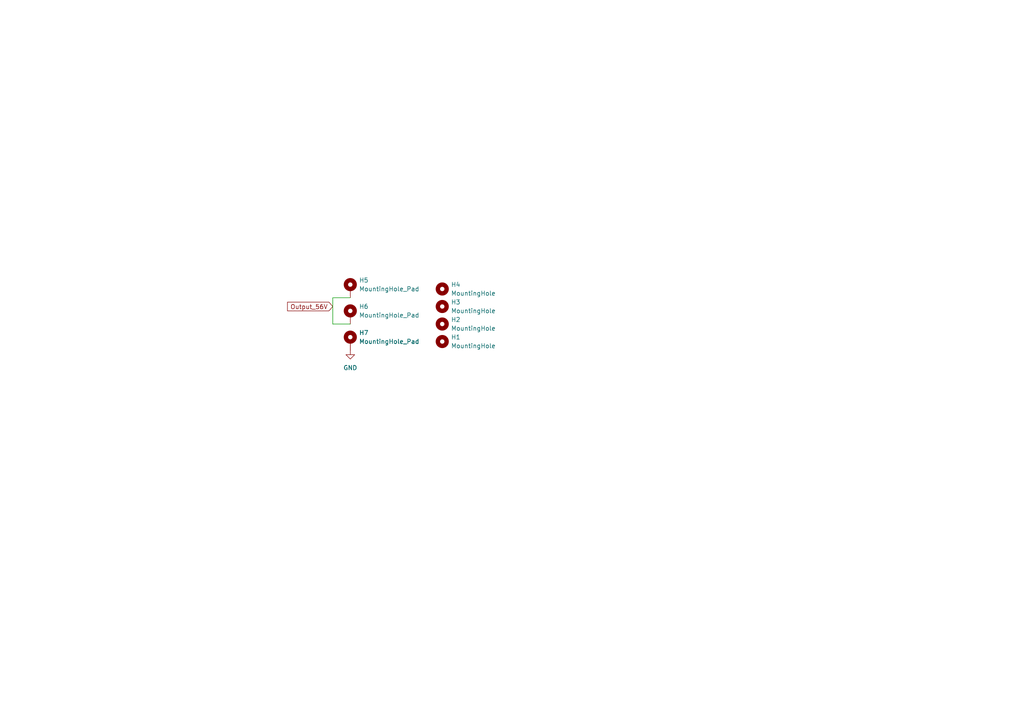
<source format=kicad_sch>
(kicad_sch (version 20231120) (generator "eeschema") (generator_version "8.0")
  (paper "A4")
  (lib_symbols
    (symbol "Mechanical:MountingHole" (pin_names (offset 1.016)) (exclude_from_sim yes) (in_bom no)
      (property "Reference" "H" (at 0 5.08 0))
      (property "Value" "MountingHole" (at 0 3.175 0))
      (symbol "MountingHole_0_1"
        (circle (center 0 0) (radius 1.27) (stroke (width 1.27)))
      )
    )
    (symbol "Mechanical:MountingHole_Pad" (pin_numbers hide) (pin_names (offset 1.016) hide) (exclude_from_sim yes) (in_bom no)
      (property "Reference" "H" (at 0 6.35 0))
      (property "Value" "MountingHole_Pad" (at 0 4.445 0))
      (symbol "MountingHole_Pad_0_1"
        (circle (center 0 1.27) (radius 1.27) (stroke (width 1.27)))
      )
      (symbol "MountingHole_Pad_1_1"
        (pin input line (at 0 -2.54 90) (length 2.54) (name "1") (number "1"))
      )
    )
    (symbol "power:GND" (power) (pin_numbers hide) (pin_names (offset 0) hide)
      (property "Value" "GND" (at 0 -3.81 0))
      (symbol "GND_0_1"
        (polyline (pts (xy 0 0) (xy 0 -1.27) (xy 1.27 -1.27) (xy 0 -2.54) (xy -1.27 -1.27) (xy 0 -1.27)))
      )
      (symbol "GND_1_1"
        (pin power_in line (at 0 0 270) (length 0) (name "~") (number "1"))
      )
    )
  )
  (wire (pts (xy 96.52 86.36) (xy 96.52 93.98)))
  (wire (pts (xy 101.6 93.98) (xy 96.52 93.98)))
  (wire (pts (xy 101.6 86.36) (xy 96.52 86.36)))
  (global_label "Output_56V" (shape input) (at 96.52 88.9 180) (property "Intersheetrefs" "${INTERSHEET_REFS}" (effects (hide yes))))
  (symbol (lib_id "Mechanical:MountingHole") (at 128.27 93.98 0) (unit 1) (exclude_from_sim yes) (in_bom no)
    (property "Reference" "H2" (at 130.81 92.7099 0) (effects (justify left)))
    (property "Value" "MountingHole" (at 130.81 95.2499 0) (effects (justify left)))
    (property "Footprint" "MountingHole:MountingHole_3.2mm_M3_Pad" (effects (hide yes)))
    (property "Description" "Mounting Hole without connection" (effects (hide yes)))
  )
  (symbol (lib_id "Mechanical:MountingHole_Pad") (at 101.6 91.44 0) (unit 1) (exclude_from_sim yes) (in_bom no)
    (property "Reference" "H6" (at 104.14 88.8999 0) (effects (justify left)))
    (property "Value" "MountingHole_Pad" (at 104.14 91.4399 0) (effects (justify left)))
    (property "Footprint" "MountingHole:MountingHole_3.2mm_M3_Pad" (effects (hide yes)))
    (property "Description" "Mounting Hole with connection" (effects (hide yes)))
  )
  (symbol (lib_id "Mechanical:MountingHole") (at 128.27 83.82 0) (unit 1) (exclude_from_sim yes) (in_bom no)
    (property "Reference" "H4" (at 130.81 82.5499 0) (effects (justify left)))
    (property "Value" "MountingHole" (at 130.81 85.0899 0) (effects (justify left)))
    (property "Footprint" "MountingHole:MountingHole_3.2mm_M3_Pad" (effects (hide yes)))
    (property "Description" "Mounting Hole without connection" (effects (hide yes)))
  )
  (symbol (lib_id "Mechanical:MountingHole") (at 128.27 88.9 0) (unit 1) (exclude_from_sim yes) (in_bom no)
    (property "Reference" "H3" (at 130.81 87.6299 0) (effects (justify left)))
    (property "Value" "MountingHole" (at 130.81 90.1699 0) (effects (justify left)))
    (property "Footprint" "MountingHole:MountingHole_3.2mm_M3_Pad" (effects (hide yes)))
    (property "Description" "Mounting Hole without connection" (effects (hide yes)))
  )
  (symbol (lib_id "Mechanical:MountingHole_Pad") (at 101.6 99.06 0) (unit 1) (exclude_from_sim yes) (in_bom no)
    (property "Reference" "H7" (at 104.14 96.5199 0) (effects (justify left)))
    (property "Value" "MountingHole_Pad" (at 104.14 99.0599 0) (effects (justify left)))
    (property "Footprint" "MountingHole:MountingHole_3.2mm_M3_Pad" (effects (hide yes)))
    (property "Description" "Mounting Hole with connection" (effects (hide yes)))
  )
  (symbol (lib_id "Mechanical:MountingHole") (at 128.27 99.06 0) (unit 1) (exclude_from_sim yes) (in_bom no)
    (property "Reference" "H1" (at 130.81 97.7899 0) (effects (justify left)))
    (property "Value" "MountingHole" (at 130.81 100.3299 0) (effects (justify left)))
    (property "Footprint" "MountingHole:MountingHole_3.2mm_M3_Pad" (effects (hide yes)))
    (property "Description" "Mounting Hole without connection" (effects (hide yes)))
  )
  (symbol (lib_id "power:GND") (at 101.6 101.6 0) (unit 1)
    (property "Reference" "#PWR09" (effects (hide yes)))
    (property "Value" "GND" (at 101.6 106.68 0))
    (property "Description" "Power symbol creates a global label with name \"GND\" , ground" (effects (hide yes)))
  )
  (symbol (lib_id "Mechanical:MountingHole_Pad") (at 101.6 83.82 0) (unit 1) (exclude_from_sim yes) (in_bom no)
    (property "Reference" "H5" (at 104.14 81.2799 0) (effects (justify left)))
    (property "Value" "MountingHole_Pad" (at 104.14 83.8199 0) (effects (justify left)))
    (property "Footprint" "MountingHole:MountingHole_3.2mm_M3_Pad" (effects (hide yes)))
    (property "Description" "Mounting Hole with connection" (effects (hide yes)))
  )
)
</source>
